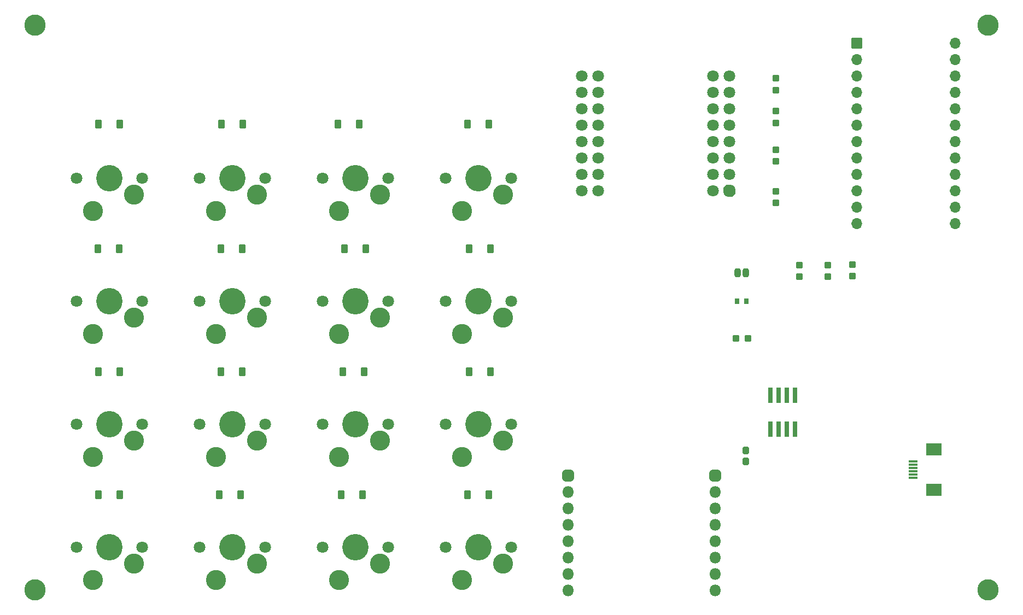
<source format=gbr>
%TF.GenerationSoftware,KiCad,Pcbnew,(6.0.1)*%
%TF.CreationDate,2022-11-17T22:19:47+08:00*%
%TF.ProjectId,Scroller1,5363726f-6c6c-4657-9231-2e6b69636164,rev?*%
%TF.SameCoordinates,Original*%
%TF.FileFunction,Soldermask,Top*%
%TF.FilePolarity,Negative*%
%FSLAX46Y46*%
G04 Gerber Fmt 4.6, Leading zero omitted, Abs format (unit mm)*
G04 Created by KiCad (PCBNEW (6.0.1)) date 2022-11-17 22:19:47*
%MOMM*%
%LPD*%
G01*
G04 APERTURE LIST*
G04 Aperture macros list*
%AMRoundRect*
0 Rectangle with rounded corners*
0 $1 Rounding radius*
0 $2 $3 $4 $5 $6 $7 $8 $9 X,Y pos of 4 corners*
0 Add a 4 corners polygon primitive as box body*
4,1,4,$2,$3,$4,$5,$6,$7,$8,$9,$2,$3,0*
0 Add four circle primitives for the rounded corners*
1,1,$1+$1,$2,$3*
1,1,$1+$1,$4,$5*
1,1,$1+$1,$6,$7*
1,1,$1+$1,$8,$9*
0 Add four rect primitives between the rounded corners*
20,1,$1+$1,$2,$3,$4,$5,0*
20,1,$1+$1,$4,$5,$6,$7,0*
20,1,$1+$1,$6,$7,$8,$9,0*
20,1,$1+$1,$8,$9,$2,$3,0*%
%AMFreePoly0*
4,1,37,0.261526,0.899572,0.415523,0.879298,0.428131,0.875920,0.571634,0.816479,0.582938,0.809953,0.706167,0.715397,0.715397,0.706167,0.809953,0.582938,0.816479,0.571634,0.875920,0.428131,0.879298,0.415523,0.899572,0.261526,0.900000,0.255000,0.900000,-0.510000,0.885355,-0.545355,0.545355,-0.885355,0.510000,-0.900000,-0.255000,-0.900000,-0.261526,-0.899572,-0.415523,-0.879298,
-0.428131,-0.875920,-0.571634,-0.816479,-0.582938,-0.809953,-0.706167,-0.715397,-0.715397,-0.706167,-0.809953,-0.582938,-0.816479,-0.571634,-0.875920,-0.428131,-0.879298,-0.415523,-0.899572,-0.261526,-0.900000,-0.255000,-0.900000,0.510000,-0.885355,0.545355,-0.545355,0.885355,-0.510000,0.900000,0.255000,0.900000,0.261526,0.899572,0.261526,0.899572,$1*%
G04 Aperture macros list end*
%ADD10RoundRect,0.050000X0.450000X0.600000X-0.450000X0.600000X-0.450000X-0.600000X0.450000X-0.600000X0*%
%ADD11RoundRect,0.287500X0.237500X-0.250000X0.237500X0.250000X-0.237500X0.250000X-0.237500X-0.250000X0*%
%ADD12C,3.300000*%
%ADD13RoundRect,0.287500X0.237500X-0.300000X0.237500X0.300000X-0.237500X0.300000X-0.237500X-0.300000X0*%
%ADD14RoundRect,0.287500X-0.237500X0.250000X-0.237500X-0.250000X0.237500X-0.250000X0.237500X0.250000X0*%
%ADD15C,4.087800*%
%ADD16C,3.100000*%
%ADD17C,1.801800*%
%ADD18RoundRect,0.258750X0.208750X0.431250X-0.208750X0.431250X-0.208750X-0.431250X0.208750X-0.431250X0*%
%ADD19RoundRect,0.050000X-0.300000X-1.100000X0.300000X-1.100000X0.300000X1.100000X-0.300000X1.100000X0*%
%ADD20RoundRect,0.050000X-0.300000X-0.350000X0.300000X-0.350000X0.300000X0.350000X-0.300000X0.350000X0*%
%ADD21RoundRect,0.449500X0.450500X0.450500X-0.450500X0.450500X-0.450500X-0.450500X0.450500X-0.450500X0*%
%ADD22O,1.800000X1.800000*%
%ADD23FreePoly0,180.000000*%
%ADD24C,1.800000*%
%ADD25RoundRect,0.050000X0.800000X0.800000X-0.800000X0.800000X-0.800000X-0.800000X0.800000X-0.800000X0*%
%ADD26O,1.700000X1.700000*%
%ADD27RoundRect,0.287500X-0.250000X-0.237500X0.250000X-0.237500X0.250000X0.237500X-0.250000X0.237500X0*%
%ADD28RoundRect,0.050000X0.650000X-0.150000X0.650000X0.150000X-0.650000X0.150000X-0.650000X-0.150000X0*%
%ADD29RoundRect,0.050000X1.100000X-0.900000X1.100000X0.900000X-1.100000X0.900000X-1.100000X-0.900000X0*%
G04 APERTURE END LIST*
D10*
%TO.C,D1_1*%
X119194000Y-91821000D03*
X115894000Y-91821000D03*
%TD*%
D11*
%TO.C,RS_2*%
X182696075Y-78279000D03*
X182696075Y-76454000D03*
%TD*%
D12*
%TO.C,MHole_3*%
X215546000Y-57196000D03*
%TD*%
D13*
%TO.C,C1*%
X178040000Y-124714000D03*
X178040000Y-122989000D03*
%TD*%
D10*
%TO.C,D2_0*%
X138496000Y-110871000D03*
X135196000Y-110871000D03*
%TD*%
D14*
%TO.C,RT_4*%
X194550000Y-94234000D03*
X194550000Y-96059000D03*
%TD*%
D10*
%TO.C,D0_1*%
X118135400Y-72517000D03*
X114835400Y-72517000D03*
%TD*%
D15*
%TO.C,SW_0_0*%
X136592000Y-80899000D03*
D16*
X140402000Y-83439000D03*
D17*
X141672000Y-80899000D03*
D16*
X134052000Y-85979000D03*
D17*
X131512000Y-80899000D03*
%TD*%
D18*
%TO.C,C2*%
X178032500Y-95504000D03*
X176777500Y-95504000D03*
%TD*%
D10*
%TO.C,D1_0*%
X138498000Y-91821000D03*
X135198000Y-91821000D03*
%TD*%
D16*
%TO.C,SW_2_1*%
X115002000Y-124079000D03*
D17*
X122622000Y-118999000D03*
X112462000Y-118999000D03*
D16*
X121352000Y-121539000D03*
D15*
X117542000Y-118999000D03*
%TD*%
D12*
%TO.C,MHole_1*%
X67946000Y-57196000D03*
%TD*%
%TO.C,MHole_6*%
X215546000Y-144596000D03*
%TD*%
D19*
%TO.C,UM1*%
X181850035Y-119692460D03*
X183120035Y-119692460D03*
X184390035Y-119692460D03*
X185660035Y-119692460D03*
X185660035Y-114492460D03*
X184390035Y-114492460D03*
X183120035Y-114492460D03*
X181850035Y-114492460D03*
%TD*%
D17*
%TO.C,SW_1_0*%
X131512000Y-99949000D03*
D16*
X134052000Y-105029000D03*
D15*
X136592000Y-99949000D03*
D17*
X141672000Y-99949000D03*
D16*
X140402000Y-102489000D03*
%TD*%
D10*
%TO.C,D1_2*%
X100016000Y-91821000D03*
X96716000Y-91821000D03*
%TD*%
%TO.C,D2_3*%
X81092000Y-110871000D03*
X77792000Y-110871000D03*
%TD*%
D16*
%TO.C,SW_3_0*%
X140402000Y-140589000D03*
D17*
X141672000Y-138049000D03*
D15*
X136592000Y-138049000D03*
D17*
X131512000Y-138049000D03*
D16*
X134052000Y-143129000D03*
%TD*%
D17*
%TO.C,SW_1_3*%
X84522000Y-99949000D03*
X74362000Y-99949000D03*
D16*
X83252000Y-102489000D03*
X76902000Y-105029000D03*
D15*
X79442000Y-99949000D03*
%TD*%
D16*
%TO.C,SW_1_2*%
X102302000Y-102489000D03*
D15*
X98492000Y-99949000D03*
D17*
X103572000Y-99949000D03*
D16*
X95952000Y-105029000D03*
D17*
X93412000Y-99949000D03*
%TD*%
D14*
%TO.C,RT_2*%
X190740000Y-94314000D03*
X190740000Y-96139000D03*
%TD*%
D20*
%TO.C,D1*%
X178054000Y-99949000D03*
X176654000Y-99949000D03*
%TD*%
D21*
%TO.C,TMC1*%
X150472107Y-126961107D03*
D22*
X150472107Y-129501107D03*
X150472107Y-132041107D03*
X150472107Y-134581107D03*
X150472107Y-137121107D03*
X150472107Y-139661107D03*
X150472107Y-142201107D03*
X150472107Y-144741107D03*
D21*
X173272107Y-126961107D03*
D22*
X173272107Y-129501107D03*
X173272107Y-132041107D03*
X173272107Y-134581107D03*
X173272107Y-137121107D03*
X173272107Y-139661107D03*
X173272107Y-142201107D03*
X173272107Y-144741107D03*
%TD*%
D11*
%TO.C,RM_1*%
X182696075Y-72286500D03*
X182696075Y-70461500D03*
%TD*%
D16*
%TO.C,SW_0_3*%
X76902000Y-85979000D03*
D15*
X79442000Y-80899000D03*
D17*
X74362000Y-80899000D03*
D16*
X83252000Y-83439000D03*
D17*
X84522000Y-80899000D03*
%TD*%
%TO.C,SW_3_2*%
X103572000Y-138049000D03*
X93412000Y-138049000D03*
D16*
X95952000Y-143129000D03*
X102302000Y-140589000D03*
D15*
X98492000Y-138049000D03*
%TD*%
D23*
%TO.C,ESP32*%
X175500000Y-82804000D03*
D24*
X175500000Y-80264000D03*
X175500000Y-77724000D03*
X175500000Y-75184000D03*
X175500000Y-72644000D03*
X175500000Y-70104000D03*
X175500000Y-67564000D03*
X175500000Y-65024000D03*
X152640000Y-65024000D03*
X152640000Y-67564000D03*
X152640000Y-70104000D03*
X152640000Y-72644000D03*
X152640000Y-75184000D03*
X152640000Y-77724000D03*
X152640000Y-80264000D03*
X152640000Y-82804000D03*
X172960000Y-82804000D03*
X172960000Y-80264000D03*
X172960000Y-77724000D03*
X172960000Y-75184000D03*
X172960000Y-72644000D03*
X172960000Y-70104000D03*
X172960000Y-67564000D03*
X172960000Y-65024000D03*
X155180000Y-65024000D03*
X155180000Y-67564000D03*
X155180000Y-70104000D03*
X155180000Y-72644000D03*
X155180000Y-75184000D03*
X155180000Y-77724000D03*
X155180000Y-80264000D03*
X155180000Y-82804000D03*
%TD*%
D16*
%TO.C,SW_0_1*%
X115002000Y-85979000D03*
D17*
X112462000Y-80899000D03*
D15*
X117542000Y-80899000D03*
D17*
X122622000Y-80899000D03*
D16*
X121352000Y-83439000D03*
%TD*%
D14*
%TO.C,RT_3*%
X186295000Y-94314000D03*
X186295000Y-96139000D03*
%TD*%
D25*
%TO.C,QMK1*%
X195185000Y-59944000D03*
D26*
X195185000Y-62484000D03*
X195185000Y-65024000D03*
X195185000Y-67564000D03*
X195185000Y-70104000D03*
X195185000Y-72644000D03*
X195185000Y-75184000D03*
X195185000Y-77724000D03*
X195185000Y-80264000D03*
X195185000Y-82804000D03*
X195185000Y-85344000D03*
X195185000Y-87884000D03*
X210425000Y-87884000D03*
X210425000Y-85344000D03*
X210425000Y-82804000D03*
X210425000Y-80264000D03*
X210425000Y-77724000D03*
X210425000Y-75184000D03*
X210425000Y-72644000D03*
X210425000Y-70104000D03*
X210425000Y-67564000D03*
X210425000Y-65024000D03*
X210425000Y-62484000D03*
X210425000Y-59944000D03*
%TD*%
D27*
%TO.C,RT_1*%
X176492500Y-105664000D03*
X178317500Y-105664000D03*
%TD*%
D10*
%TO.C,D0_3*%
X81092000Y-72517000D03*
X77792000Y-72517000D03*
%TD*%
D11*
%TO.C,RS_1*%
X182696075Y-84709000D03*
X182696075Y-82884000D03*
%TD*%
D10*
%TO.C,D3_1*%
X118684000Y-129921000D03*
X115384000Y-129921000D03*
%TD*%
D17*
%TO.C,SW_3_1*%
X112462000Y-138049000D03*
X122622000Y-138049000D03*
D15*
X117542000Y-138049000D03*
D16*
X121352000Y-140589000D03*
X115002000Y-143129000D03*
%TD*%
%TO.C,SW_1_1*%
X121352000Y-102489000D03*
D15*
X117542000Y-99949000D03*
D17*
X122622000Y-99949000D03*
X112462000Y-99949000D03*
D16*
X115002000Y-105029000D03*
%TD*%
D10*
%TO.C,D2_1*%
X118938000Y-110871000D03*
X115638000Y-110871000D03*
%TD*%
D28*
%TO.C,UVW1*%
X203890000Y-127234000D03*
X203890000Y-126734000D03*
X203890000Y-126234000D03*
X203890000Y-125734000D03*
X203890000Y-125234000D03*
X203890000Y-124734000D03*
D29*
X207140000Y-129134000D03*
X207140000Y-122834000D03*
%TD*%
D10*
%TO.C,D2_2*%
X100014000Y-110871000D03*
X96714000Y-110871000D03*
%TD*%
D15*
%TO.C,SW_2_2*%
X98492000Y-118999000D03*
D16*
X95952000Y-124079000D03*
D17*
X103572000Y-118999000D03*
D16*
X102302000Y-121539000D03*
D17*
X93412000Y-118999000D03*
%TD*%
D16*
%TO.C,SW_2_3*%
X76902000Y-124079000D03*
X83252000Y-121539000D03*
D17*
X84522000Y-118999000D03*
X74362000Y-118999000D03*
D15*
X79442000Y-118999000D03*
%TD*%
D10*
%TO.C,D3_3*%
X81092000Y-129921000D03*
X77792000Y-129921000D03*
%TD*%
%TO.C,D3_0*%
X138242000Y-129921000D03*
X134942000Y-129921000D03*
%TD*%
D17*
%TO.C,SW_0_2*%
X103572000Y-80899000D03*
D16*
X102302000Y-83439000D03*
X95952000Y-85979000D03*
D15*
X98492000Y-80899000D03*
D17*
X93412000Y-80899000D03*
%TD*%
D12*
%TO.C,MHole_4*%
X67946000Y-144596000D03*
%TD*%
D10*
%TO.C,D0_2*%
X100142000Y-72517000D03*
X96842000Y-72517000D03*
%TD*%
%TO.C,D1_3*%
X80966000Y-91821000D03*
X77666000Y-91821000D03*
%TD*%
D11*
%TO.C,RM_2*%
X182696075Y-67206500D03*
X182696075Y-65381500D03*
%TD*%
D10*
%TO.C,D3_2*%
X99760000Y-129921000D03*
X96460000Y-129921000D03*
%TD*%
%TO.C,D0_0*%
X138242000Y-72517000D03*
X134942000Y-72517000D03*
%TD*%
D17*
%TO.C,SW_3_3*%
X84522000Y-138049000D03*
D16*
X76902000Y-143129000D03*
D17*
X74362000Y-138049000D03*
D16*
X83252000Y-140589000D03*
D15*
X79442000Y-138049000D03*
%TD*%
%TO.C,SW_2_0*%
X136592000Y-118999000D03*
D17*
X131512000Y-118999000D03*
D16*
X134052000Y-124079000D03*
X140402000Y-121539000D03*
D17*
X141672000Y-118999000D03*
%TD*%
M02*

</source>
